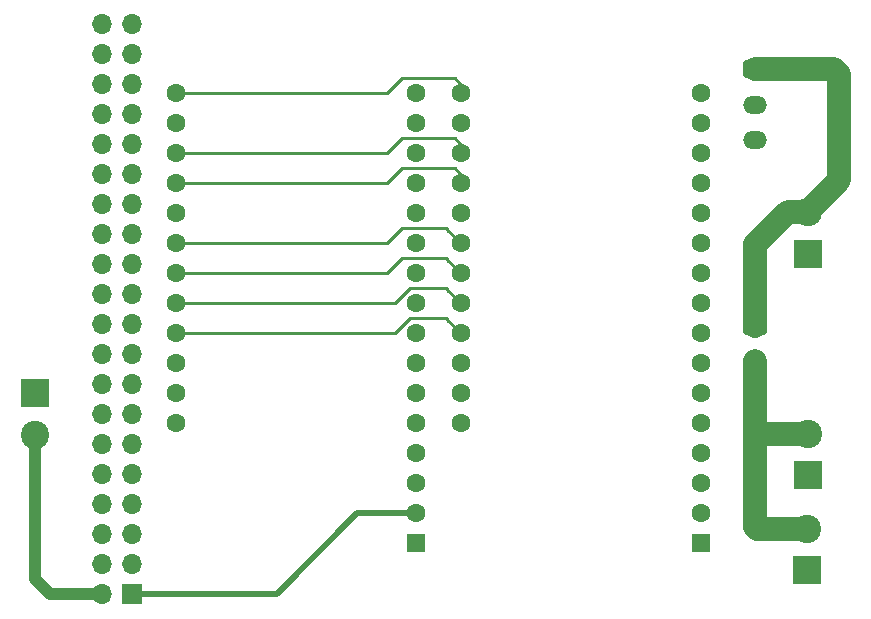
<source format=gbr>
%TF.GenerationSoftware,KiCad,Pcbnew,6.0.2+dfsg-1*%
%TF.CreationDate,2023-08-16T15:29:05+02:00*%
%TF.ProjectId,PiBLDC,5069424c-4443-42e6-9b69-6361645f7063,v01*%
%TF.SameCoordinates,Original*%
%TF.FileFunction,Copper,L1,Top*%
%TF.FilePolarity,Positive*%
%FSLAX46Y46*%
G04 Gerber Fmt 4.6, Leading zero omitted, Abs format (unit mm)*
G04 Created by KiCad (PCBNEW 6.0.2+dfsg-1) date 2023-08-16 15:29:05*
%MOMM*%
%LPD*%
G01*
G04 APERTURE LIST*
G04 Aperture macros list*
%AMRoundRect*
0 Rectangle with rounded corners*
0 $1 Rounding radius*
0 $2 $3 $4 $5 $6 $7 $8 $9 X,Y pos of 4 corners*
0 Add a 4 corners polygon primitive as box body*
4,1,4,$2,$3,$4,$5,$6,$7,$8,$9,$2,$3,0*
0 Add four circle primitives for the rounded corners*
1,1,$1+$1,$2,$3*
1,1,$1+$1,$4,$5*
1,1,$1+$1,$6,$7*
1,1,$1+$1,$8,$9*
0 Add four rect primitives between the rounded corners*
20,1,$1+$1,$2,$3,$4,$5,0*
20,1,$1+$1,$4,$5,$6,$7,0*
20,1,$1+$1,$6,$7,$8,$9,0*
20,1,$1+$1,$8,$9,$2,$3,0*%
G04 Aperture macros list end*
%TA.AperFunction,ComponentPad*%
%ADD10R,1.700000X1.700000*%
%TD*%
%TA.AperFunction,ComponentPad*%
%ADD11O,1.700000X1.700000*%
%TD*%
%TA.AperFunction,ComponentPad*%
%ADD12R,1.600000X1.600000*%
%TD*%
%TA.AperFunction,ComponentPad*%
%ADD13C,1.600000*%
%TD*%
%TA.AperFunction,ComponentPad*%
%ADD14R,2.400000X2.400000*%
%TD*%
%TA.AperFunction,ComponentPad*%
%ADD15C,2.400000*%
%TD*%
%TA.AperFunction,ComponentPad*%
%ADD16RoundRect,0.250001X-0.759999X0.499999X-0.759999X-0.499999X0.759999X-0.499999X0.759999X0.499999X0*%
%TD*%
%TA.AperFunction,ComponentPad*%
%ADD17O,2.020000X1.500000*%
%TD*%
%TA.AperFunction,Conductor*%
%ADD18C,0.500000*%
%TD*%
%TA.AperFunction,Conductor*%
%ADD19C,0.250000*%
%TD*%
%TA.AperFunction,Conductor*%
%ADD20C,2.000000*%
%TD*%
%TA.AperFunction,Conductor*%
%ADD21C,1.000000*%
%TD*%
G04 APERTURE END LIST*
D10*
%TO.P,J7,1,3V3*%
%TO.N,Net-(A1-Pad2)*%
X123600000Y-111630000D03*
D11*
%TO.P,J7,2,5V*%
%TO.N,Net-(J6-Pad2)*%
X121060000Y-111630000D03*
%TO.P,J7,3,SDA/GPIO2*%
%TO.N,unconnected-(J7-Pad3)*%
X123600000Y-109090000D03*
%TO.P,J7,4,5V*%
%TO.N,unconnected-(J7-Pad4)*%
X121060000Y-109090000D03*
%TO.P,J7,5,SCL/GPIO3*%
%TO.N,unconnected-(J7-Pad5)*%
X123600000Y-106550000D03*
%TO.P,J7,6,GND*%
%TO.N,GND*%
X121060000Y-106550000D03*
%TO.P,J7,7,GCLK0/GPIO4*%
%TO.N,unconnected-(J7-Pad7)*%
X123600000Y-104010000D03*
%TO.P,J7,8,GPIO14/TXD*%
%TO.N,Net-(A1-Pad14)*%
X121060000Y-104010000D03*
%TO.P,J7,9,GND*%
%TO.N,GND*%
X123600000Y-101470000D03*
%TO.P,J7,10,GPIO15/RXD*%
%TO.N,Net-(A1-Pad15)*%
X121060000Y-101470000D03*
%TO.P,J7,11,GPIO17*%
%TO.N,unconnected-(J7-Pad11)*%
X123600000Y-98930000D03*
%TO.P,J7,12,GPIO18/PWM0*%
%TO.N,unconnected-(J7-Pad12)*%
X121060000Y-98930000D03*
%TO.P,J7,13,GPIO27*%
%TO.N,unconnected-(J7-Pad13)*%
X123600000Y-96390000D03*
%TO.P,J7,14,GND*%
%TO.N,GND*%
X121060000Y-96390000D03*
%TO.P,J7,15,GPIO22*%
%TO.N,unconnected-(J7-Pad15)*%
X123600000Y-93850000D03*
%TO.P,J7,16,GPIO23*%
%TO.N,unconnected-(J7-Pad16)*%
X121060000Y-93850000D03*
%TO.P,J7,17,3V3*%
%TO.N,unconnected-(J7-Pad17)*%
X123600000Y-91310000D03*
%TO.P,J7,18,GPIO24*%
%TO.N,unconnected-(J7-Pad18)*%
X121060000Y-91310000D03*
%TO.P,J7,19,MOSI0/GPIO10*%
%TO.N,unconnected-(J7-Pad19)*%
X123600000Y-88770000D03*
%TO.P,J7,20,GND*%
%TO.N,GND*%
X121060000Y-88770000D03*
%TO.P,J7,21,MISO0/GPIO9*%
%TO.N,unconnected-(J7-Pad21)*%
X123600000Y-86230000D03*
%TO.P,J7,22,GPIO25*%
%TO.N,unconnected-(J7-Pad22)*%
X121060000Y-86230000D03*
%TO.P,J7,23,SCLK0/GPIO11*%
%TO.N,unconnected-(J7-Pad23)*%
X123600000Y-83690000D03*
%TO.P,J7,24,~{CE0}/GPIO8*%
%TO.N,unconnected-(J7-Pad24)*%
X121060000Y-83690000D03*
%TO.P,J7,25,GND*%
%TO.N,GND*%
X123600000Y-81150000D03*
%TO.P,J7,26,~{CE1}/GPIO7*%
%TO.N,unconnected-(J7-Pad26)*%
X121060000Y-81150000D03*
%TO.P,J7,27,ID_SD/GPIO0*%
%TO.N,unconnected-(J7-Pad27)*%
X123600000Y-78610000D03*
%TO.P,J7,28,ID_SC/GPIO1*%
%TO.N,unconnected-(J7-Pad28)*%
X121060000Y-78610000D03*
%TO.P,J7,29,GCLK1/GPIO5*%
%TO.N,unconnected-(J7-Pad29)*%
X123600000Y-76070000D03*
%TO.P,J7,30,GND*%
%TO.N,GND*%
X121060000Y-76070000D03*
%TO.P,J7,31,GCLK2/GPIO6*%
%TO.N,unconnected-(J7-Pad31)*%
X123600000Y-73530000D03*
%TO.P,J7,32,PWM0/GPIO12*%
%TO.N,unconnected-(J7-Pad32)*%
X121060000Y-73530000D03*
%TO.P,J7,33,PWM1/GPIO13*%
%TO.N,unconnected-(J7-Pad33)*%
X123600000Y-70990000D03*
%TO.P,J7,34,GND*%
%TO.N,GND*%
X121060000Y-70990000D03*
%TO.P,J7,35,GPIO19/MISO1*%
%TO.N,unconnected-(J7-Pad35)*%
X123600000Y-68450000D03*
%TO.P,J7,36,GPIO16*%
%TO.N,unconnected-(J7-Pad36)*%
X121060000Y-68450000D03*
%TO.P,J7,37,GPIO26*%
%TO.N,unconnected-(J7-Pad37)*%
X123600000Y-65910000D03*
%TO.P,J7,38,GPIO20/MOSI1*%
%TO.N,unconnected-(J7-Pad38)*%
X121060000Y-65910000D03*
%TO.P,J7,39,GND*%
%TO.N,GND*%
X123600000Y-63370000D03*
%TO.P,J7,40,GPIO21/SCLK1*%
%TO.N,unconnected-(J7-Pad40)*%
X121060000Y-63370000D03*
%TD*%
D12*
%TO.P,A2,1*%
%TO.N,unconnected-(A2-Pad1)*%
X171752500Y-107330000D03*
D13*
%TO.P,A2,2,3V3*%
%TO.N,unconnected-(A2-Pad2)*%
X171752500Y-104790000D03*
%TO.P,A2,3*%
%TO.N,unconnected-(A2-Pad3)*%
X171752500Y-102250000D03*
%TO.P,A2,4,GND*%
%TO.N,GND*%
X171752500Y-99710000D03*
%TO.P,A2,5*%
%TO.N,unconnected-(A2-Pad5)*%
X171752500Y-97170000D03*
%TO.P,A2,6*%
%TO.N,unconnected-(A2-Pad6)*%
X171752500Y-94630000D03*
%TO.P,A2,7*%
%TO.N,unconnected-(A2-Pad7)*%
X171752500Y-92090000D03*
%TO.P,A2,8*%
%TO.N,unconnected-(A2-Pad8)*%
X171752500Y-89550000D03*
%TO.P,A2,9*%
%TO.N,unconnected-(A2-Pad9)*%
X171752500Y-87010000D03*
%TO.P,A2,10*%
%TO.N,unconnected-(A2-Pad10)*%
X171752500Y-84470000D03*
%TO.P,A2,11*%
%TO.N,unconnected-(A2-Pad11)*%
X171752500Y-81930000D03*
%TO.P,A2,12*%
%TO.N,unconnected-(A2-Pad12)*%
X171752500Y-79390000D03*
%TO.P,A2,13*%
%TO.N,unconnected-(A2-Pad13)*%
X171752500Y-76850000D03*
%TO.P,A2,14*%
%TO.N,unconnected-(A2-Pad14)*%
X171752500Y-74310000D03*
%TO.P,A2,15*%
%TO.N,unconnected-(A2-Pad15)*%
X171752500Y-71770000D03*
%TO.P,A2,16*%
%TO.N,unconnected-(A2-Pad16)*%
X171752500Y-69230000D03*
%TO.P,A2,17,ENC*%
%TO.N,Net-(A1-Pad17)*%
X151432500Y-69230000D03*
%TO.P,A2,18*%
%TO.N,unconnected-(A2-Pad18)*%
X151432500Y-71770000D03*
%TO.P,A2,19,EN3*%
%TO.N,Net-(A1-Pad19)*%
X151432500Y-74310000D03*
%TO.P,A2,20,IN3*%
%TO.N,Net-(A1-Pad20)*%
X151432500Y-76850000D03*
%TO.P,A2,21*%
%TO.N,unconnected-(A2-Pad21)*%
X151432500Y-79390000D03*
%TO.P,A2,22,EN2*%
%TO.N,Net-(A1-Pad22)*%
X151432500Y-81930000D03*
%TO.P,A2,23,IN2*%
%TO.N,Net-(A1-Pad23)*%
X151432500Y-84470000D03*
%TO.P,A2,24,EN1*%
%TO.N,Net-(A1-Pad24)*%
X151432500Y-87010000D03*
%TO.P,A2,25,IN1*%
%TO.N,Net-(A1-Pad25)*%
X151432500Y-89550000D03*
%TO.P,A2,26*%
%TO.N,unconnected-(A2-Pad26)*%
X151432500Y-92090000D03*
%TO.P,A2,27*%
%TO.N,unconnected-(A2-Pad27)*%
X151432500Y-94630000D03*
%TO.P,A2,28*%
%TO.N,unconnected-(A2-Pad28)*%
X151432500Y-97170000D03*
%TD*%
D14*
%TO.P,J3,1,Pin_1*%
%TO.N,GND*%
X180764000Y-82789000D03*
D15*
%TO.P,J3,2,Pin_2*%
%TO.N,Net-(J1-Pad1)*%
X180764000Y-79289000D03*
%TD*%
D16*
%TO.P,J1,1,Pin_1*%
%TO.N,Net-(J1-Pad1)*%
X176351000Y-67198000D03*
D17*
%TO.P,J1,2,Pin_2*%
%TO.N,GND*%
X176351000Y-70198000D03*
%TO.P,J1,3,Pin_3*%
X176351000Y-73198000D03*
%TD*%
D16*
%TO.P,J2,1,Pin_1*%
%TO.N,Net-(J1-Pad1)*%
X176351000Y-88891000D03*
D17*
%TO.P,J2,2,Pin_2*%
%TO.N,Net-(J2-Pad2)*%
X176351000Y-91891000D03*
%TD*%
D14*
%TO.P,J5,1,Pin_1*%
%TO.N,GND*%
X180750000Y-109616000D03*
D15*
%TO.P,J5,2,Pin_2*%
%TO.N,Net-(J2-Pad2)*%
X180750000Y-106116000D03*
%TD*%
D12*
%TO.P,A1,1,~{RESET}*%
%TO.N,unconnected-(A1-Pad1)*%
X147622500Y-107330000D03*
D13*
%TO.P,A1,2,3V3*%
%TO.N,Net-(A1-Pad2)*%
X147622500Y-104790000D03*
%TO.P,A1,3,AREF*%
%TO.N,unconnected-(A1-Pad3)*%
X147622500Y-102250000D03*
%TO.P,A1,4,GND*%
%TO.N,GND*%
X147622500Y-99710000D03*
%TO.P,A1,5,DAC0/A0*%
%TO.N,unconnected-(A1-Pad5)*%
X147622500Y-97170000D03*
%TO.P,A1,6,A1*%
%TO.N,unconnected-(A1-Pad6)*%
X147622500Y-94630000D03*
%TO.P,A1,7,A2*%
%TO.N,unconnected-(A1-Pad7)*%
X147622500Y-92090000D03*
%TO.P,A1,8,A3*%
%TO.N,unconnected-(A1-Pad8)*%
X147622500Y-89550000D03*
%TO.P,A1,9,A4*%
%TO.N,unconnected-(A1-Pad9)*%
X147622500Y-87010000D03*
%TO.P,A1,10,A5*%
%TO.N,unconnected-(A1-Pad10)*%
X147622500Y-84470000D03*
%TO.P,A1,11,SCK/D24*%
%TO.N,unconnected-(A1-Pad11)*%
X147622500Y-81930000D03*
%TO.P,A1,12,MOSI/D23*%
%TO.N,unconnected-(A1-Pad12)*%
X147622500Y-79390000D03*
%TO.P,A1,13,MISO/D22*%
%TO.N,unconnected-(A1-Pad13)*%
X147622500Y-76850000D03*
%TO.P,A1,14,RX/D0*%
%TO.N,Net-(A1-Pad14)*%
X147622500Y-74310000D03*
%TO.P,A1,15,TX/D1*%
%TO.N,Net-(A1-Pad15)*%
X147622500Y-71770000D03*
%TO.P,A1,16,GND*%
%TO.N,GND*%
X147622500Y-69230000D03*
%TO.P,A1,17,SDA/D20*%
%TO.N,Net-(A1-Pad17)*%
X127302500Y-69230000D03*
%TO.P,A1,18,SCL/D21*%
%TO.N,unconnected-(A1-Pad18)*%
X127302500Y-71770000D03*
%TO.P,A1,19,D5*%
%TO.N,Net-(A1-Pad19)*%
X127302500Y-74310000D03*
%TO.P,A1,20,D6*%
%TO.N,Net-(A1-Pad20)*%
X127302500Y-76850000D03*
%TO.P,A1,21,D9*%
%TO.N,unconnected-(A1-Pad21)*%
X127302500Y-79390000D03*
%TO.P,A1,22,D10*%
%TO.N,Net-(A1-Pad22)*%
X127302500Y-81930000D03*
%TO.P,A1,23,D11*%
%TO.N,Net-(A1-Pad23)*%
X127302500Y-84470000D03*
%TO.P,A1,24,D12*%
%TO.N,Net-(A1-Pad24)*%
X127302500Y-87010000D03*
%TO.P,A1,25,D13*%
%TO.N,Net-(A1-Pad25)*%
X127302500Y-89550000D03*
%TO.P,A1,26,USB*%
%TO.N,unconnected-(A1-Pad26)*%
X127302500Y-92090000D03*
%TO.P,A1,27,EN*%
%TO.N,unconnected-(A1-Pad27)*%
X127302500Y-94630000D03*
%TO.P,A1,28,VBAT*%
%TO.N,unconnected-(A1-Pad28)*%
X127302500Y-97170000D03*
%TD*%
D14*
%TO.P,J4,1,Pin_1*%
%TO.N,GND*%
X180764000Y-101539000D03*
D15*
%TO.P,J4,2,Pin_2*%
%TO.N,Net-(J2-Pad2)*%
X180764000Y-98039000D03*
%TD*%
D14*
%TO.P,J6,1,Pin_1*%
%TO.N,GND*%
X115345000Y-94630000D03*
D15*
%TO.P,J6,2,Pin_2*%
%TO.N,Net-(J6-Pad2)*%
X115345000Y-98130000D03*
%TD*%
D18*
%TO.N,Net-(A1-Pad2)*%
X135810000Y-111630000D02*
X142650000Y-104790000D01*
X123600000Y-111630000D02*
X135810000Y-111630000D01*
X142650000Y-104790000D02*
X147622500Y-104790000D01*
D19*
%TO.N,Net-(A1-Pad17)*%
X127302500Y-69230000D02*
X145190000Y-69230000D01*
X146460000Y-67960000D02*
X150905000Y-67960000D01*
X150905000Y-67960000D02*
X151432500Y-68487500D01*
X151432500Y-68487500D02*
X151432500Y-69230000D01*
X145190000Y-69230000D02*
X146460000Y-67960000D01*
%TO.N,Net-(A1-Pad19)*%
X150905000Y-73040000D02*
X151432500Y-73567500D01*
X127302500Y-74310000D02*
X145190000Y-74310000D01*
X145190000Y-74310000D02*
X146460000Y-73040000D01*
X146460000Y-73040000D02*
X150905000Y-73040000D01*
X151432500Y-73567500D02*
X151432500Y-74310000D01*
%TO.N,Net-(A1-Pad20)*%
X127302500Y-76850000D02*
X145190000Y-76850000D01*
X146460000Y-75580000D02*
X150905000Y-75580000D01*
X145190000Y-76850000D02*
X146460000Y-75580000D01*
X151432500Y-76107500D02*
X151432500Y-76850000D01*
X150905000Y-75580000D02*
X151432500Y-76107500D01*
%TO.N,Net-(A1-Pad22)*%
X150270000Y-80767500D02*
X151432500Y-81930000D01*
X145190000Y-81930000D02*
X146460000Y-80660000D01*
X150270000Y-80660000D02*
X150270000Y-80767500D01*
X127302500Y-81930000D02*
X145190000Y-81930000D01*
X146460000Y-80660000D02*
X150270000Y-80660000D01*
%TO.N,Net-(A1-Pad23)*%
X145190000Y-84470000D02*
X146460000Y-83200000D01*
X146460000Y-83200000D02*
X150270000Y-83200000D01*
X127302500Y-84470000D02*
X145190000Y-84470000D01*
X150270000Y-83200000D02*
X150270000Y-83307500D01*
X150270000Y-83307500D02*
X151432500Y-84470000D01*
%TO.N,Net-(A1-Pad24)*%
X147095000Y-85740000D02*
X150270000Y-85740000D01*
X150270000Y-85847500D02*
X151432500Y-87010000D01*
X145825000Y-87010000D02*
X147095000Y-85740000D01*
X127302500Y-87010000D02*
X145825000Y-87010000D01*
X150270000Y-85740000D02*
X150270000Y-85847500D01*
%TO.N,Net-(A1-Pad25)*%
X150270000Y-88280000D02*
X150270000Y-88387500D01*
X127302500Y-89550000D02*
X145825000Y-89550000D01*
X145825000Y-89550000D02*
X147095000Y-88280000D01*
X150270000Y-88387500D02*
X151432500Y-89550000D01*
X147095000Y-88280000D02*
X150270000Y-88280000D01*
D20*
%TO.N,Net-(J1-Pad1)*%
X180764000Y-79243000D02*
X179066944Y-79243000D01*
X183420521Y-76586479D02*
X180764000Y-79243000D01*
X183036000Y-67198000D02*
X183420521Y-67582521D01*
X179066944Y-79243000D02*
X176351000Y-81958944D01*
X176351000Y-81958944D02*
X176351000Y-88891000D01*
X176351000Y-67198000D02*
X183036000Y-67198000D01*
D19*
X183036000Y-67198000D02*
X183496000Y-67658000D01*
D20*
X183420521Y-67582521D02*
X183420521Y-76586479D01*
D19*
%TO.N,Net-(J2-Pad2)*%
X176351000Y-97851000D02*
X176539000Y-98039000D01*
D20*
X176351000Y-91891000D02*
X176351000Y-97851000D01*
X176488000Y-106116000D02*
X180750000Y-106116000D01*
X176539000Y-98039000D02*
X180764000Y-98039000D01*
D19*
X176351000Y-105979000D02*
X176488000Y-106116000D01*
D20*
X176351000Y-91891000D02*
X176351000Y-105979000D01*
D21*
%TO.N,Net-(J6-Pad2)*%
X121060000Y-111630000D02*
X116630000Y-111630000D01*
X115345000Y-110345000D02*
X115345000Y-98130000D01*
X116630000Y-111630000D02*
X115345000Y-110345000D01*
%TD*%
M02*

</source>
